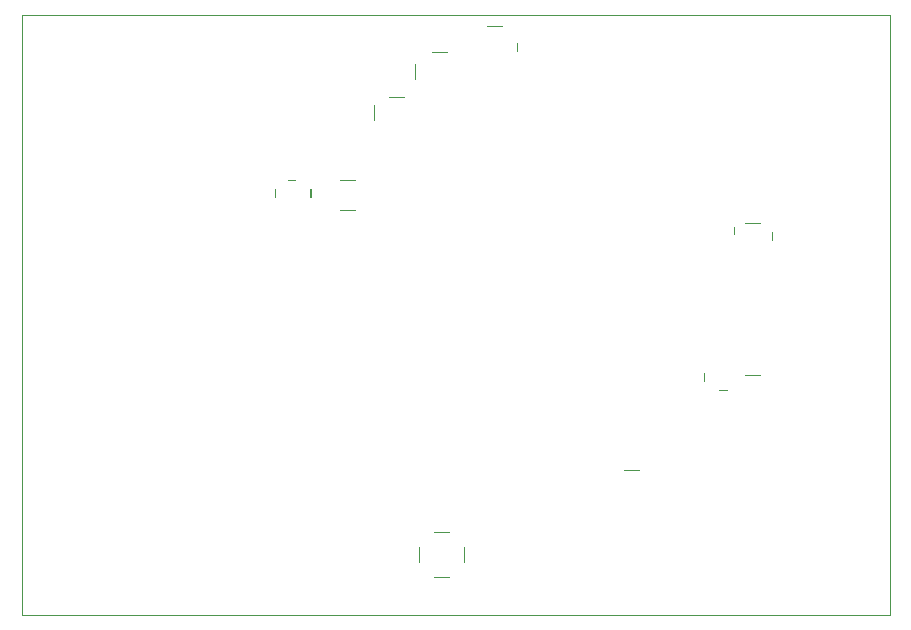
<source format=gbr>
G04 --- HEADER BEGIN --- *
%TF.GenerationSoftware,LibrePCB,LibrePCB,0.1.4*%
%TF.CreationDate,2020-05-24T15:31:10*%
%TF.ProjectId,Apple 2c VGA - default,6ee0dbe1-6aad-4263-9a0f-7c091fb3c0df,v1.3*%
%TF.Part,Single*%
%FSLAX66Y66*%
%MOMM*%
G01*
G74*
G04 --- HEADER END --- *
G04 --- APERTURE LIST BEGIN --- *
%ADD10C,0.001*%
G04 --- APERTURE LIST END --- *
G04 --- BOARD BEGIN --- *
D10*
X63500000Y31750000D02*
X63500000Y31750000D01*
X63490000Y31750000D01*
X63490000Y32385000D01*
X63500000Y32385000D01*
X63500000Y31750000D01*
X39370000Y49847500D02*
X39370000Y49847500D01*
X39370000Y49837500D01*
X40640000Y49837500D01*
X40640000Y49847500D01*
X39370000Y49847500D01*
X29845000Y43180000D02*
X29845000Y41910000D01*
X29835000Y41910000D01*
X29835000Y43180000D01*
X29845000Y43180000D01*
X28257500Y36830000D02*
X28257500Y36830000D01*
X28257500Y36840000D01*
X26987500Y36840000D01*
X26987500Y36830000D01*
X28257500Y36830000D01*
X31115000Y43815000D02*
X32385000Y43815000D01*
X32385000Y43825000D01*
X31115000Y43825000D01*
X31115000Y43815000D01*
X28257500Y34290000D02*
X28257500Y34290000D01*
X26987500Y34290000D01*
X26987500Y34300000D01*
X28257500Y34300000D01*
X28257500Y34290000D01*
X52269489Y12254809D02*
X52269489Y12254809D01*
X52269489Y12264809D01*
X50999489Y12264809D01*
X50999489Y12254809D01*
X52269489Y12254809D01*
X36036250Y47625000D02*
X36036250Y47625000D01*
X34766250Y47625000D01*
X34766250Y47635000D01*
X36036250Y47635000D01*
X36036250Y47625000D01*
X59055000Y19050000D02*
X59055000Y19050000D01*
X59055000Y19060000D01*
X59690000Y19060000D01*
X59690000Y19050000D01*
X59055000Y19050000D01*
X21431250Y36036250D02*
X21431250Y36036250D01*
X21431250Y35401250D01*
X21441250Y35401250D01*
X21441250Y36036250D01*
X21431250Y36036250D01*
X60325000Y32861250D02*
X60325000Y32861250D01*
X60325000Y32226250D01*
X60335000Y32226250D01*
X60335000Y32861250D01*
X60325000Y32861250D01*
X33337500Y45402500D02*
X33337500Y46672500D01*
X33327500Y46672500D01*
X33327500Y45402500D01*
X33337500Y45402500D01*
X24447500Y36036250D02*
X24447500Y36036250D01*
X24447500Y35401250D01*
X24457500Y35401250D01*
X24457500Y36036250D01*
X24447500Y36036250D01*
X57785000Y20478750D02*
X57785000Y20478750D01*
X57785000Y19843750D01*
X57795000Y19843750D01*
X57795000Y20478750D01*
X57785000Y20478750D01*
X37465000Y5715000D02*
X37465000Y5715000D01*
X37465000Y4445000D01*
X37475000Y4445000D01*
X37475000Y5715000D01*
X37465000Y5715000D01*
X0Y0D02*
X0Y0D01*
X73500000Y0D01*
X73500000Y50800000D01*
X0Y50800000D01*
X0Y0D01*
X33655000Y4445000D02*
X33655000Y4445000D01*
X33665000Y4445000D01*
X33665000Y5715000D01*
X33655000Y5715000D01*
X33655000Y4445000D01*
X22542500Y36830000D02*
X22542500Y36830000D01*
X22542500Y36840000D01*
X23177500Y36840000D01*
X23177500Y36830000D01*
X22542500Y36830000D01*
X62547500Y20320000D02*
X62547500Y20320000D01*
X61277500Y20320000D01*
X61277500Y20330000D01*
X62547500Y20330000D01*
X62547500Y20320000D01*
X62547500Y33178750D02*
X62547500Y33178750D01*
X62547500Y33188750D01*
X61277500Y33188750D01*
X61277500Y33178750D01*
X62547500Y33178750D01*
X41910000Y47783750D02*
X41910000Y47783750D01*
X41900000Y47783750D01*
X41900000Y48418750D01*
X41910000Y48418750D01*
X41910000Y47783750D01*
X34925000Y3175000D02*
X34925000Y3175000D01*
X36195000Y3175000D01*
X36195000Y3185000D01*
X34925000Y3185000D01*
X34925000Y3175000D01*
X34925000Y6985000D02*
X34925000Y6985000D01*
X36195000Y6985000D01*
X36195000Y6995000D01*
X34925000Y6995000D01*
X34925000Y6985000D01*
G04 --- BOARD END --- *
%TF.MD5,7ddf44d3d5361e0ee9e47acfa3855b43*%
M02*

</source>
